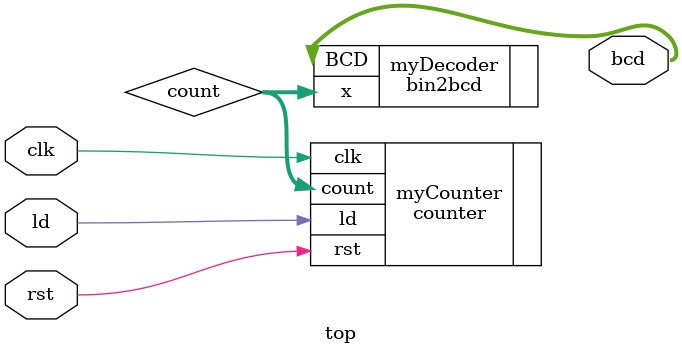
<source format=sv>
module top #(
  parameter WIDTH = 8
)(
  // interface signals
  input  logic             clk,      // clock 
  input  logic             rst,      // reset 
  input  logic             ld,       // flag check
  output logic [11:0]      bcd       // count output
);

  logic  [WIDTH-1:0]       count;    // interconnect wire

counter myCounter (
  .clk (clk),
  .rst (rst),
  .ld (ld),
  .count (count)
);

bin2bcd myDecoder (
  .x (count),
  .BCD (bcd)
);

endmodule

</source>
